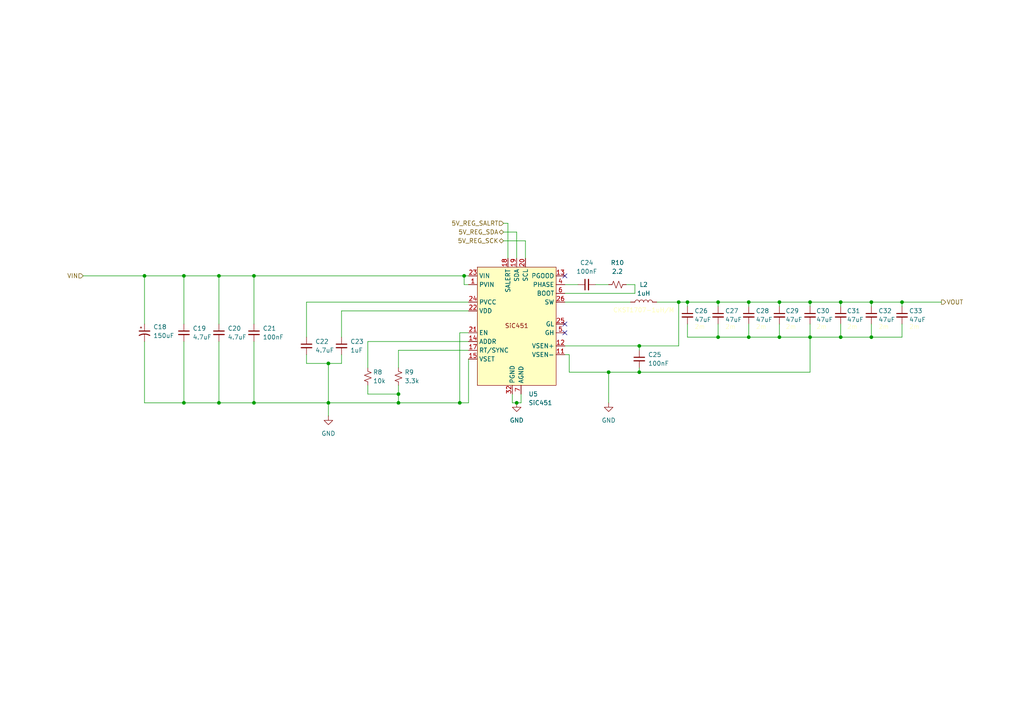
<source format=kicad_sch>
(kicad_sch (version 20250114) (generator "eeschema") (generator_version "9.0")
  (paper "A4")
  (title_block (title "USB PD 5V Regulator") (rev "A") (company "MLABS") (comment 1 "MSign-NG"))
  (lib_symbols
    (symbol "Device:C_Polarized_Small_US" (pin_numbers (hide yes)) (pin_names (offset 0.254) (hide yes))
      (property "Reference" "C" (at 0.254 1.778 0))
      (property "Value" "C_Polarized_Small_US" (at 0.254 -2.032 0))
      (symbol "C_Polarized_Small_US_0_1"
        (polyline (pts (xy -1.524 0.508) (xy 1.524 0.508)) (stroke (width 0.3048)))
        (polyline (pts (xy -1.27 1.524) (xy -0.762 1.524)))
        (polyline (pts (xy -1.016 1.27) (xy -1.016 1.778)))
        (arc (start -1.524 -0.762) (mid 0 -0.3734) (end 1.524 -0.762) (stroke (width 0.3048)))
      )
      (symbol "C_Polarized_Small_US_1_1"
        (pin passive line (at 0 2.54 270) (length 2.032) (name "~") (number "1"))
        (pin passive line (at 0 -2.54 90) (length 2.032) (name "~") (number "2"))
      )
    )
    (symbol "Device:C_Small" (pin_numbers (hide yes)) (pin_names (offset 0.254) (hide yes))
      (property "Reference" "C" (at 0.254 1.778 0))
      (property "Value" "C_Small" (at 0.254 -2.032 0))
      (symbol "C_Small_0_1"
        (polyline (pts (xy -1.524 0.508) (xy 1.524 0.508)) (stroke (width 0.3048)))
        (polyline (pts (xy -1.524 -0.508) (xy 1.524 -0.508)) (stroke (width 0.3302)))
      )
      (symbol "C_Small_1_1"
        (pin passive line (at 0 2.54 270) (length 2.032) (name "~") (number "1"))
        (pin passive line (at 0 -2.54 90) (length 2.032) (name "~") (number "2"))
      )
    )
    (symbol "Device:L" (pin_numbers (hide yes)) (pin_names (offset 1.016) (hide yes))
      (property "Reference" "L" (at -1.27 0 90))
      (property "Value" "L" (at 1.905 0 90))
      (symbol "L_0_1"
        (arc (start 0 2.54) (mid 0.6323 1.905) (end 0 1.27))
        (arc (start 0 1.27) (mid 0.6323 0.635) (end 0 0))
        (arc (start 0 0) (mid 0.6323 -0.635) (end 0 -1.27))
        (arc (start 0 -1.27) (mid 0.6323 -1.905) (end 0 -2.54))
      )
      (symbol "L_1_1"
        (pin passive line (at 0 3.81 270) (length 1.27) (name "1") (number "1"))
        (pin passive line (at 0 -3.81 90) (length 1.27) (name "2") (number "2"))
      )
    )
    (symbol "Device:R_Small_US" (pin_numbers (hide yes)) (pin_names (offset 0.254) (hide yes))
      (property "Reference" "R" (at 0.762 0.508 0))
      (property "Value" "R_Small_US" (at 0.762 -1.016 0))
      (symbol "R_Small_US_1_1"
        (polyline (pts (xy 0 1.524) (xy 1.016 1.143) (xy 0 0.762) (xy -1.016 0.381) (xy 0 0)))
        (polyline (pts (xy 0 0) (xy 1.016 -0.381) (xy 0 -0.762) (xy -1.016 -1.143) (xy 0 -1.524)))
        (pin passive line (at 0 2.54 270) (length 1.016) (name "~") (number "1"))
        (pin passive line (at 0 -2.54 90) (length 1.016) (name "~") (number "2"))
      )
    )
    (symbol "Vishay_DCDC:SiC451ED-T1-GE3"
      (property "Reference" "U" (at 8.89 -15.748 0))
      (symbol "SiC451ED-T1-GE3_0_1"
        (rectangle (start -2.54 -1.27) (end 20.32 -35.56) (fill (type background)))
      )
      (symbol "SiC451ED-T1-GE3_1_1"
        (text "SiC451" (at 8.89 -18.288 0) (effects (font (size 1.27 1.27))))
        (pin power_in line (at -5.08 -3.81 0) (length 2.54) (name "VIN") (number "23"))
        (pin power_in line (at -5.08 -6.35 0) (length 2.54) (name "PVIN") (number "1"))
        (pin power_out line (at -5.08 -11.43 0) (length 2.54) (name "PVCC") (number "24"))
        (pin power_out line (at -5.08 -13.97 0) (length 2.54) (name "VDD") (number "22"))
        (pin input line (at -5.08 -20.32 0) (length 2.54) (name "EN") (number "21"))
        (pin passive line (at -5.08 -22.86 0) (length 2.54) (name "ADDR") (number "14"))
        (pin passive line (at -5.08 -25.4 0) (length 2.54) (name "RT/SYNC") (number "17"))
        (pin passive line (at -5.08 -27.94 0) (length 2.54) (name "VSET") (number "15"))
        (pin open_collector line (at 6.35 1.27 270) (length 2.54) (name "SALERT") (number "18"))
        (pin power_in line (at 7.62 -38.1 90) (length 2.54) (name "PGND") (number "32"))
        (pin bidirectional line (at 8.89 1.27 270) (length 2.54) (name "SDA") (number "19"))
        (pin power_in line (at 10.16 -38.1 90) (length 2.54) (name "AGND") (number "7"))
        (pin bidirectional line (at 11.43 1.27 270) (length 2.54) (name "SCL") (number "20"))
        (pin open_collector line (at 22.86 -3.81 180) (length 2.54) (name "PGOOD") (number "13"))
        (pin input line (at 22.86 -6.35 180) (length 2.54) (name "PHASE") (number "4"))
        (pin passive line (at 22.86 -8.89 180) (length 2.54) (name "BOOT") (number "6"))
        (pin power_out line (at 22.86 -11.43 180) (length 2.54) (name "SW") (number "26"))
        (pin power_out line (at 22.86 -17.78 180) (length 2.54) (name "GL") (number "25"))
        (pin power_in line (at 22.86 -20.32 180) (length 2.54) (name "GH") (number "5"))
        (pin input line (at 22.86 -24.13 180) (length 2.54) (name "VSEN+") (number "12"))
        (pin input line (at 22.86 -26.67 180) (length 2.54) (name "VSEN-") (number "11"))
      )
    )
    (symbol "power:GND" (power) (pin_numbers (hide yes)) (pin_names (offset 0) (hide yes))
      (property "Value" "GND" (at 0 -3.81 0))
      (symbol "GND_0_1"
        (polyline (pts (xy 0 0) (xy 0 -1.27) (xy 1.27 -1.27) (xy 0 -2.54) (xy -1.27 -1.27) (xy 0 -1.27)))
      )
      (symbol "GND_1_1"
        (pin power_in line (at 0 0 270) (length 0) (name "~") (number "1"))
      )
    )
  )
  (junction (at 134.62 80.01))
  (junction (at 63.5 80.01))
  (junction (at 63.5 116.84))
  (junction (at 133.35 116.84))
  (junction (at 73.66 80.01))
  (junction (at 243.84 87.63))
  (junction (at 149.86 116.84))
  (junction (at 252.73 97.79))
  (junction (at 199.39 87.63))
  (junction (at 115.57 114.3))
  (junction (at 53.34 80.01))
  (junction (at 261.62 87.63))
  (junction (at 176.53 107.95))
  (junction (at 196.85 87.63))
  (junction (at 234.95 97.79))
  (junction (at 208.28 87.63))
  (junction (at 95.25 116.84))
  (junction (at 208.28 97.79))
  (junction (at 234.95 87.63))
  (junction (at 252.73 87.63))
  (junction (at 185.42 100.33))
  (junction (at 217.17 87.63))
  (junction (at 41.91 80.01))
  (junction (at 185.42 107.95))
  (junction (at 95.25 105.41))
  (junction (at 73.66 116.84))
  (junction (at 53.34 116.84))
  (junction (at 226.06 87.63))
  (junction (at 243.84 97.79))
  (junction (at 115.57 116.84))
  (junction (at 217.17 97.79))
  (junction (at 226.06 97.79))
  (no_connect (at 163.83 80.01))
  (no_connect (at 163.83 96.52))
  (no_connect (at 163.83 93.98))
  (wire (pts (xy 135.89 101.6) (xy 115.57 101.6)))
  (wire (pts (xy 106.68 99.06) (xy 135.89 99.06)))
  (wire (pts (xy 226.06 87.63) (xy 226.06 88.9)))
  (wire (pts (xy 63.5 99.06) (xy 63.5 116.84)))
  (wire (pts (xy 217.17 97.79) (xy 226.06 97.79)))
  (wire (pts (xy 261.62 87.63) (xy 261.62 88.9)))
  (wire (pts (xy 243.84 93.98) (xy 243.84 97.79)))
  (wire (pts (xy 106.68 114.3) (xy 115.57 114.3)))
  (wire (pts (xy 208.28 87.63) (xy 217.17 87.63)))
  (wire (pts (xy 95.25 120.65) (xy 95.25 116.84)))
  (wire (pts (xy 147.32 74.93) (xy 147.32 64.77)))
  (wire (pts (xy 88.9 87.63) (xy 135.89 87.63)))
  (wire (pts (xy 106.68 106.68) (xy 106.68 99.06)))
  (wire (pts (xy 252.73 97.79) (xy 252.73 93.98)))
  (wire (pts (xy 99.06 105.41) (xy 95.25 105.41)))
  (wire (pts (xy 95.25 105.41) (xy 88.9 105.41)))
  (wire (pts (xy 165.1 102.87) (xy 165.1 107.95)))
  (wire (pts (xy 73.66 80.01) (xy 73.66 93.98)))
  (wire (pts (xy 133.35 116.84) (xy 115.57 116.84)))
  (wire (pts (xy 163.83 100.33) (xy 185.42 100.33)))
  (wire (pts (xy 41.91 80.01) (xy 53.34 80.01)))
  (wire (pts (xy 261.62 87.63) (xy 273.05 87.63)))
  (wire (pts (xy 163.83 87.63) (xy 182.88 87.63)))
  (wire (pts (xy 208.28 97.79) (xy 199.39 97.79)))
  (wire (pts (xy 95.25 116.84) (xy 115.57 116.84)))
  (wire (pts (xy 252.73 97.79) (xy 261.62 97.79)))
  (wire (pts (xy 73.66 80.01) (xy 134.62 80.01)))
  (wire (pts (xy 226.06 87.63) (xy 234.95 87.63)))
  (wire (pts (xy 135.89 116.84) (xy 133.35 116.84)))
  (wire (pts (xy 146.05 69.85) (xy 152.4 69.85)))
  (wire (pts (xy 196.85 87.63) (xy 196.85 100.33)))
  (wire (pts (xy 217.17 93.98) (xy 217.17 97.79)))
  (wire (pts (xy 190.5 87.63) (xy 196.85 87.63)))
  (wire (pts (xy 41.91 99.06) (xy 41.91 116.84)))
  (wire (pts (xy 152.4 69.85) (xy 152.4 74.93)))
  (wire (pts (xy 53.34 99.06) (xy 53.34 116.84)))
  (wire (pts (xy 134.62 82.55) (xy 134.62 80.01)))
  (wire (pts (xy 165.1 107.95) (xy 176.53 107.95)))
  (wire (pts (xy 243.84 87.63) (xy 243.84 88.9)))
  (wire (pts (xy 234.95 97.79) (xy 234.95 107.95)))
  (wire (pts (xy 146.05 67.31) (xy 149.86 67.31)))
  (wire (pts (xy 184.15 82.55) (xy 184.15 85.09)))
  (wire (pts (xy 252.73 87.63) (xy 261.62 87.63)))
  (wire (pts (xy 63.5 80.01) (xy 63.5 93.98)))
  (wire (pts (xy 243.84 97.79) (xy 252.73 97.79)))
  (wire (pts (xy 217.17 87.63) (xy 226.06 87.63)))
  (wire (pts (xy 134.62 80.01) (xy 135.89 80.01)))
  (wire (pts (xy 185.42 100.33) (xy 185.42 101.6)))
  (wire (pts (xy 135.89 96.52) (xy 133.35 96.52)))
  (wire (pts (xy 63.5 116.84) (xy 73.66 116.84)))
  (wire (pts (xy 208.28 93.98) (xy 208.28 97.79)))
  (wire (pts (xy 234.95 97.79) (xy 243.84 97.79)))
  (wire (pts (xy 176.53 116.84) (xy 176.53 107.95)))
  (wire (pts (xy 115.57 114.3) (xy 115.57 111.76)))
  (wire (pts (xy 234.95 97.79) (xy 226.06 97.79)))
  (wire (pts (xy 106.68 114.3) (xy 106.68 111.76)))
  (wire (pts (xy 151.13 116.84) (xy 151.13 114.3)))
  (wire (pts (xy 196.85 87.63) (xy 199.39 87.63)))
  (wire (pts (xy 135.89 104.14) (xy 135.89 116.84)))
  (wire (pts (xy 252.73 87.63) (xy 252.73 88.9)))
  (wire (pts (xy 95.25 105.41) (xy 95.25 116.84)))
  (wire (pts (xy 88.9 105.41) (xy 88.9 102.87)))
  (wire (pts (xy 181.61 82.55) (xy 184.15 82.55)))
  (wire (pts (xy 41.91 116.84) (xy 53.34 116.84)))
  (wire (pts (xy 73.66 116.84) (xy 95.25 116.84)))
  (wire (pts (xy 135.89 90.17) (xy 99.06 90.17)))
  (wire (pts (xy 226.06 93.98) (xy 226.06 97.79)))
  (wire (pts (xy 261.62 93.98) (xy 261.62 97.79)))
  (wire (pts (xy 41.91 80.01) (xy 41.91 93.98)))
  (wire (pts (xy 163.83 102.87) (xy 165.1 102.87)))
  (wire (pts (xy 24.13 80.01) (xy 41.91 80.01)))
  (wire (pts (xy 148.59 114.3) (xy 148.59 116.84)))
  (wire (pts (xy 208.28 97.79) (xy 217.17 97.79)))
  (wire (pts (xy 53.34 80.01) (xy 53.34 93.98)))
  (wire (pts (xy 63.5 80.01) (xy 73.66 80.01)))
  (wire (pts (xy 149.86 116.84) (xy 151.13 116.84)))
  (wire (pts (xy 149.86 67.31) (xy 149.86 74.93)))
  (wire (pts (xy 199.39 87.63) (xy 199.39 88.9)))
  (wire (pts (xy 234.95 87.63) (xy 234.95 88.9)))
  (wire (pts (xy 199.39 97.79) (xy 199.39 93.98)))
  (wire (pts (xy 243.84 87.63) (xy 252.73 87.63)))
  (wire (pts (xy 176.53 107.95) (xy 185.42 107.95)))
  (wire (pts (xy 88.9 97.79) (xy 88.9 87.63)))
  (wire (pts (xy 163.83 82.55) (xy 167.64 82.55)))
  (wire (pts (xy 217.17 87.63) (xy 217.17 88.9)))
  (wire (pts (xy 184.15 85.09) (xy 163.83 85.09)))
  (wire (pts (xy 234.95 87.63) (xy 243.84 87.63)))
  (wire (pts (xy 234.95 93.98) (xy 234.95 97.79)))
  (wire (pts (xy 73.66 99.06) (xy 73.66 116.84)))
  (wire (pts (xy 148.59 116.84) (xy 149.86 116.84)))
  (wire (pts (xy 53.34 116.84) (xy 63.5 116.84)))
  (wire (pts (xy 185.42 100.33) (xy 196.85 100.33)))
  (wire (pts (xy 115.57 101.6) (xy 115.57 106.68)))
  (wire (pts (xy 99.06 90.17) (xy 99.06 97.79)))
  (wire (pts (xy 99.06 102.87) (xy 99.06 105.41)))
  (wire (pts (xy 199.39 87.63) (xy 208.28 87.63)))
  (wire (pts (xy 115.57 116.84) (xy 115.57 114.3)))
  (wire (pts (xy 185.42 107.95) (xy 234.95 107.95)))
  (wire (pts (xy 147.32 64.77) (xy 146.05 64.77)))
  (wire (pts (xy 208.28 87.63) (xy 208.28 88.9)))
  (wire (pts (xy 185.42 106.68) (xy 185.42 107.95)))
  (wire (pts (xy 53.34 80.01) (xy 63.5 80.01)))
  (wire (pts (xy 135.89 82.55) (xy 134.62 82.55)))
  (wire (pts (xy 172.72 82.55) (xy 176.53 82.55)))
  (wire (pts (xy 133.35 96.52) (xy 133.35 116.84)))
  (hierarchical_label "VOUT" (shape output) (at 273.05 87.63 0))
  (hierarchical_label "VIN" (shape input) (at 24.13 80.01 180))
  (hierarchical_label "5V_REG_SDA" (shape bidirectional) (at 146.05 67.31 180))
  (hierarchical_label "5V_REG_SALRT" (shape input) (at 146.05 64.77 180))
  (hierarchical_label "5V_REG_SCK" (shape bidirectional) (at 146.05 69.85 180))
  (symbol (lib_id "Device:C_Small") (at 185.42 104.14 0) (unit 1)
    (property "Reference" "C25" (at 187.96 102.8762 0) (effects (justify left)))
    (property "Value" "100nF" (at 187.96 105.4162 0) (effects (justify left)))
    (property "Footprint" "Capacitor_SMD:C_0402_1005Metric" (effects (hide yes)))
    (property "Description" "Unpolarized capacitor, small symbol" (effects (hide yes)))
    (property "Part" "CL05B104KB54PNC" (effects (hide yes)))
    (property "LCSC" "C307331 " (effects (hide yes)))
  )
  (symbol (lib_id "Device:L") (at 186.69 87.63 90) (unit 1)
    (property "Reference" "L2" (at 186.69 82.55 90))
    (property "Value" "1uH" (at 186.69 85.09 90))
    (property "Footprint" "Inductor_Cenker:L_Cenker_CKST1707" (effects (hide yes)))
    (property "Description" "Inductor" (effects (hide yes)))
    (property "Part" "CKST1707-1uH/M" (at 186.69 89.916 90))
    (property "LCSC" "C5292052" (effects (hide yes)))
  )
  (symbol (lib_id "Device:C_Small") (at 99.06 100.33 0) (unit 1)
    (property "Reference" "C23" (at 101.6 99.0662 0) (effects (justify left)))
    (property "Value" "1uF" (at 101.6 101.6062 0) (effects (justify left)))
    (property "Footprint" "Capacitor_SMD:C_0603_1608Metric" (effects (hide yes)))
    (property "Description" "Unpolarized capacitor, small symbol" (effects (hide yes)))
    (property "Part" "CL10A105KB8NNNC" (effects (hide yes)))
    (property "LCSC" "C15849" (effects (hide yes)))
  )
  (symbol (lib_id "power:GND") (at 176.53 116.84 0) (unit 1)
    (property "Reference" "#PWR011" (effects (hide yes)))
    (property "Value" "GND" (at 176.53 121.92 0))
    (property "Description" "Power symbol creates a global label with name \"GND\" , ground" (effects (hide yes)))
  )
  (symbol (lib_id "power:GND") (at 149.86 116.84 0) (unit 1)
    (property "Reference" "#PWR010" (effects (hide yes)))
    (property "Value" "GND" (at 149.86 121.92 0))
    (property "Description" "Power symbol creates a global label with name \"GND\" , ground" (effects (hide yes)))
  )
  (symbol (lib_id "Device:C_Small") (at 63.5 96.52 0) (unit 1)
    (property "Reference" "C20" (at 66.04 95.2562 0) (effects (justify left)))
    (property "Value" "4.7uF" (at 66.04 97.7962 0) (effects (justify left)))
    (property "Footprint" "Capacitor_SMD:C_1206_3216Metric" (effects (hide yes)))
    (property "Description" "Unpolarized capacitor, small symbol" (effects (hide yes)))
    (property "Part" "1206B475K500NT" (effects (hide yes)))
    (property "LCSC" "C29823 " (effects (hide yes)))
  )
  (symbol (lib_id "Device:C_Small") (at 261.62 91.44 0) (unit 1)
    (property "Reference" "C33" (at 263.652 90.17 0) (effects (justify left)))
    (property "Value" "47uF" (at 263.652 92.71 0) (effects (justify left)))
    (property "Footprint" "Capacitor_SMD:C_1206_3216Metric" (effects (hide yes)))
    (property "Description" "Unpolarized capacitor, small symbol" (effects (hide yes)))
    (property "ESR" "2m" (at 263.652 94.7358 0) (effects (justify left)))
    (property "Part" "CL31A476MPHNNNE" (effects (hide yes)))
    (property "LCSC" "C96123" (effects (hide yes)))
  )
  (symbol (lib_id "power:GND") (at 95.25 120.65 0) (unit 1)
    (property "Reference" "#PWR09" (effects (hide yes)))
    (property "Value" "GND" (at 95.25 125.73 0))
    (property "Description" "Power symbol creates a global label with name \"GND\" , ground" (effects (hide yes)))
  )
  (symbol (lib_id "Vishay_DCDC:SiC451ED-T1-GE3") (at 140.97 76.2 0) (unit 1)
    (property "Reference" "U5" (at 153.2733 114.3 0) (effects (justify left)))
    (property "Value" "SiC451" (at 153.2733 116.84 0) (effects (justify left)))
    (property "Footprint" "Vishay_DCDC:POWERPAK_MLP34-57_VIS" (effects (hide yes)))
    (property "Part" "SIC451ED-T1-GE3" (effects (hide yes)))
    (property "LCSC" "C1852144" (effects (hide yes)))
  )
  (symbol (lib_id "Device:R_Small_US") (at 106.68 109.22 0) (unit 1)
    (property "Reference" "R8" (at 108.204 107.95 0) (effects (justify left)))
    (property "Value" "10k" (at 108.204 110.49 0) (effects (justify left)))
    (property "Footprint" "Resistor_SMD:R_0805_2012Metric" (effects (hide yes)))
    (property "Description" "Resistor, small US symbol" (effects (hide yes)))
    (property "Part" "0805W8F1002T5E" (effects (hide yes)))
    (property "LCSC" "C17414 " (effects (hide yes)))
  )
  (symbol (lib_id "Device:C_Small") (at 170.18 82.55 90) (unit 1)
    (property "Reference" "C24" (at 170.1863 76.2 90))
    (property "Value" "100nF" (at 170.1863 78.74 90))
    (property "Footprint" "Capacitor_SMD:C_0402_1005Metric" (effects (hide yes)))
    (property "Description" "Unpolarized capacitor, small symbol" (effects (hide yes)))
    (property "Part" "CL05B104KB54PNC" (effects (hide yes)))
    (property "LCSC" "C307331 " (effects (hide yes)))
  )
  (symbol (lib_id "Device:C_Small") (at 199.39 91.44 0) (unit 1)
    (property "Reference" "C26" (at 201.422 90.17 0) (effects (justify left)))
    (property "Value" "47uF" (at 201.422 92.71 0) (effects (justify left)))
    (property "Footprint" "Capacitor_SMD:C_1206_3216Metric" (effects (hide yes)))
    (property "Description" "Unpolarized capacitor, small symbol" (effects (hide yes)))
    (property "ESR" "2m" (at 201.422 94.7358 0) (effects (justify left)))
    (property "Part" "CL31A476MPHNNNE" (effects (hide yes)))
    (property "LCSC" "C96123" (effects (hide yes)))
  )
  (symbol (lib_id "Device:C_Small") (at 226.06 91.44 0) (unit 1)
    (property "Reference" "C29" (at 227.838 90.17 0) (effects (justify left)))
    (property "Value" "47uF" (at 227.838 92.71 0) (effects (justify left)))
    (property "Footprint" "Capacitor_SMD:C_1206_3216Metric" (effects (hide yes)))
    (property "Description" "Unpolarized capacitor, small symbol" (effects (hide yes)))
    (property "ESR" "2m" (at 227.838 94.7358 0) (effects (justify left)))
    (property "Part" "CL31A476MPHNNNE" (effects (hide yes)))
    (property "LCSC" "C96123" (effects (hide yes)))
  )
  (symbol (lib_id "Device:C_Small") (at 73.66 96.52 0) (unit 1)
    (property "Reference" "C21" (at 76.2 95.2562 0) (effects (justify left)))
    (property "Value" "100nF" (at 76.2 97.7962 0) (effects (justify left)))
    (property "Footprint" "Capacitor_SMD:C_0402_1005Metric" (effects (hide yes)))
    (property "Description" "Unpolarized capacitor, small symbol" (effects (hide yes)))
    (property "Part" "CL05B104KB54PNC" (effects (hide yes)))
    (property "LCSC" "C307331 " (effects (hide yes)))
  )
  (symbol (lib_id "Device:C_Small") (at 243.84 91.44 0) (unit 1)
    (property "Reference" "C31" (at 245.618 90.17 0) (effects (justify left)))
    (property "Value" "47uF" (at 245.618 92.71 0) (effects (justify left)))
    (property "Footprint" "Capacitor_SMD:C_1206_3216Metric" (effects (hide yes)))
    (property "Description" "Unpolarized capacitor, small symbol" (effects (hide yes)))
    (property "ESR" "2m" (at 245.618 94.7358 0) (effects (justify left)))
    (property "Part" "CL31A476MPHNNNE" (effects (hide yes)))
    (property "LCSC" "C96123" (effects (hide yes)))
  )
  (symbol (lib_id "Device:C_Small") (at 234.95 91.44 0) (unit 1)
    (property "Reference" "C30" (at 236.728 90.17 0) (effects (justify left)))
    (property "Value" "47uF" (at 236.728 92.71 0) (effects (justify left)))
    (property "Footprint" "Capacitor_SMD:C_1206_3216Metric" (effects (hide yes)))
    (property "Description" "Unpolarized capacitor, small symbol" (effects (hide yes)))
    (property "ESR" "2m" (at 236.728 94.7358 0) (effects (justify left)))
    (property "Part" "CL31A476MPHNNNE" (effects (hide yes)))
    (property "LCSC" "C96123" (effects (hide yes)))
  )
  (symbol (lib_id "Device:C_Small") (at 53.34 96.52 0) (unit 1)
    (property "Reference" "C19" (at 55.88 95.2562 0) (effects (justify left)))
    (property "Value" "4.7uF" (at 55.88 97.7962 0) (effects (justify left)))
    (property "Footprint" "Capacitor_SMD:C_1206_3216Metric" (effects (hide yes)))
    (property "Description" "Unpolarized capacitor, small symbol" (effects (hide yes)))
    (property "Part" "1206B475K500NT" (effects (hide yes)))
    (property "LCSC" "C29823 " (effects (hide yes)))
  )
  (symbol (lib_id "Device:C_Small") (at 217.17 91.44 0) (unit 1)
    (property "Reference" "C28" (at 219.202 90.17 0) (effects (justify left)))
    (property "Value" "47uF" (at 219.202 92.71 0) (effects (justify left)))
    (property "Footprint" "Capacitor_SMD:C_1206_3216Metric" (effects (hide yes)))
    (property "Description" "Unpolarized capacitor, small symbol" (effects (hide yes)))
    (property "ESR" "2m" (at 219.202 94.7358 0) (effects (justify left)))
    (property "Part" "CL31A476MPHNNNE" (effects (hide yes)))
    (property "LCSC" "C96123" (effects (hide yes)))
  )
  (symbol (lib_id "Device:C_Polarized_Small_US") (at 41.91 96.52 0) (unit 1)
    (property "Reference" "C18" (at 44.45 94.8181 0) (effects (justify left)))
    (property "Value" "150uF" (at 44.45 97.3581 0) (effects (justify left)))
    (property "Footprint" "Capacitor_THT:CP_Radial_D8.0mm_P3.50mm" (effects (hide yes)))
    (property "Description" "Polarized capacitor, small US symbol" (effects (hide yes)))
    (property "Part" "ERS1VM151F12OT" (effects (hide yes)))
    (property "LCSC" "C106696" (effects (hide yes)))
  )
  (symbol (lib_id "Device:C_Small") (at 88.9 100.33 0) (unit 1)
    (property "Reference" "C22" (at 91.44 99.0662 0) (effects (justify left)))
    (property "Value" "4.7uF" (at 91.44 101.6062 0) (effects (justify left)))
    (property "Footprint" "Capacitor_SMD:C_1206_3216Metric" (effects (hide yes)))
    (property "Description" "Unpolarized capacitor, small symbol" (effects (hide yes)))
    (property "Part" "1206B475K500NT" (effects (hide yes)))
    (property "LCSC" "C29823 " (effects (hide yes)))
  )
  (symbol (lib_id "Device:R_Small_US") (at 179.07 82.55 90) (unit 1)
    (property "Reference" "R10" (at 179.07 76.2 90))
    (property "Value" "2.2" (at 179.07 78.74 90))
    (property "Footprint" "Resistor_SMD:R_0603_1608Metric" (effects (hide yes)))
    (property "Description" "Resistor, small US symbol" (effects (hide yes)))
    (property "Part" "0603WAF220KT5E" (effects (hide yes)))
    (property "LCSC" "C22939" (effects (hide yes)))
  )
  (symbol (lib_id "Device:C_Small") (at 208.28 91.44 0) (unit 1)
    (property "Reference" "C27" (at 210.312 90.17 0) (effects (justify left)))
    (property "Value" "47uF" (at 210.312 92.71 0) (effects (justify left)))
    (property "Footprint" "Capacitor_SMD:C_1206_3216Metric" (effects (hide yes)))
    (property "Description" "Unpolarized capacitor, small symbol" (effects (hide yes)))
    (property "ESR" "2m" (at 210.312 94.7358 0) (effects (justify left)))
    (property "Part" "CL31A476MPHNNNE" (effects (hide yes)))
    (property "LCSC" "C96123" (effects (hide yes)))
  )
  (symbol (lib_id "Device:R_Small_US") (at 115.57 109.22 0) (unit 1)
    (property "Reference" "R9" (at 117.348 107.95 0) (effects (justify left)))
    (property "Value" "3.3k" (at 117.348 110.49 0) (effects (justify left)))
    (property "Footprint" "Resistor_SMD:R_0402_1005Metric" (effects (hide yes)))
    (property "Description" "Resistor, small US symbol" (effects (hide yes)))
    (property "Part" "0402WGF3301TCE" (effects (hide yes)))
    (property "LCSC" "C25890" (effects (hide yes)))
  )
  (symbol (lib_id "Device:C_Small") (at 252.73 91.44 0) (unit 1)
    (property "Reference" "C32" (at 254.762 90.17 0) (effects (justify left)))
    (property "Value" "47uF" (at 254.762 92.71 0) (effects (justify left)))
    (property "Footprint" "Capacitor_SMD:C_1206_3216Metric" (effects (hide yes)))
    (property "Description" "Unpolarized capacitor, small symbol" (effects (hide yes)))
    (property "ESR" "2m" (at 254.762 94.7358 0) (effects (justify left)))
    (property "Part" "CL31A476MPHNNNE" (effects (hide yes)))
    (property "LCSC" "C96123" (effects (hide yes)))
  )
)
</source>
